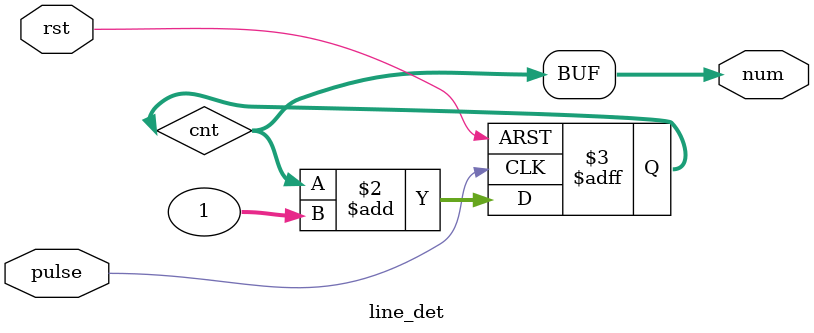
<source format=v>
module line_det(
    input pulse,
    input rst,
    output [31:0] num
    );
    
    reg [31:0] cnt;//计数器，统计个数
    assign num=cnt;

    always@(posedge pulse, posedge rst)
    begin
        if(rst)
            cnt<=0;
        else
            cnt<=cnt+1;//高电平+1，rst复位
    end
endmodule

</source>
